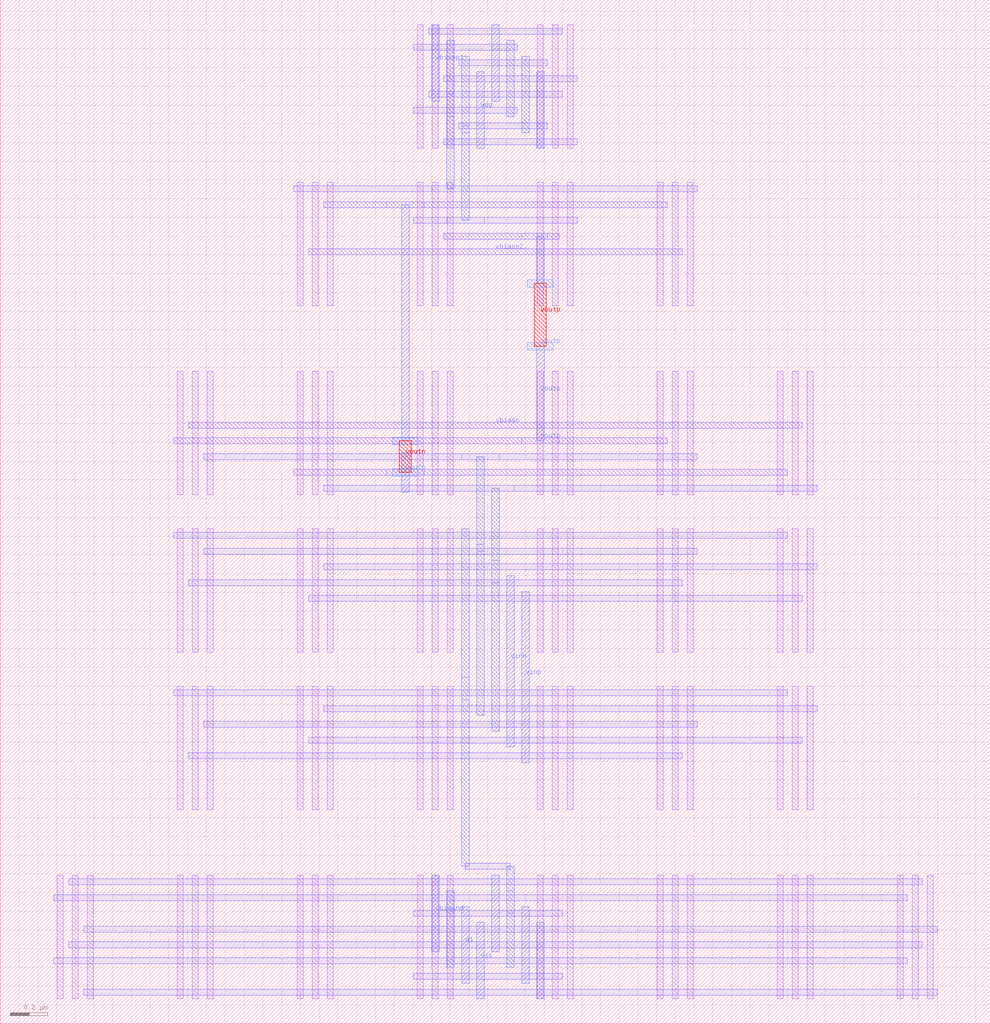
<source format=lef>
MACRO telescopic_ota
  ORIGIN 0 0 ;
  FOREIGN telescopic_ota 0 0 ;
  SIZE 5.28 BY 5.46 ;
  PIN vbiasp1
    DIRECTION INOUT ;
    USE SIGNAL ;
    PORT 
      LAYER M3 ;
        RECT 2.62 4.92 2.66 5.328 ;
      LAYER M3 ;
        RECT 2.3 4.92 2.34 5.328 ;
    END
  END vbiasp1
  PIN vdd
    DIRECTION INOUT ;
    USE SIGNAL ;
    PORT 
      LAYER M3 ;
        RECT 2.86 4.668 2.9 5.076 ;
      LAYER M3 ;
        RECT 2.54 4.668 2.58 5.076 ;
    END
  END vdd
  PIN vinn
    DIRECTION INOUT ;
    USE SIGNAL ;
    PORT 
      LAYER M3 ;
        RECT 2.7 1.476 2.74 2.388 ;
    END
  END vinn
  PIN vinp
    DIRECTION INOUT ;
    USE SIGNAL ;
    PORT 
      LAYER M3 ;
        RECT 2.78 1.392 2.82 2.304 ;
    END
  END vinp
  PIN d1
    DIRECTION INOUT ;
    USE SIGNAL ;
    PORT 
      LAYER M3 ;
        RECT 2.78 0.216 2.82 0.624 ;
      LAYER M3 ;
        RECT 2.46 0.216 2.5 0.624 ;
    END
  END d1
  PIN vss
    DIRECTION INOUT ;
    USE SIGNAL ;
    PORT 
      LAYER M3 ;
        RECT 2.86 0.132 2.9 0.54 ;
      LAYER M3 ;
        RECT 2.54 0.132 2.58 0.54 ;
    END
  END vss
  PIN vbiasnd
    DIRECTION INOUT ;
    USE SIGNAL ;
    PORT 
      LAYER M3 ;
        RECT 2.62 0.384 2.66 0.792 ;
      LAYER M3 ;
        RECT 2.3 0.384 2.34 0.792 ;
    END
  END vbiasnd
  PIN voutn
    DIRECTION INOUT ;
    USE SIGNAL ;
    PORT 
      LAYER M2 ;
        RECT 1.724 4.352 3.556 4.384 ;
      LAYER M2 ;
        RECT 1.564 2.924 4.196 2.956 ;
      LAYER M2 ;
        RECT 2.06 4.352 2.26 4.384 ;
      LAYER M3 ;
        RECT 2.14 3.108 2.18 4.368 ;
      LAYER M4 ;
        RECT 2.09 3.088 2.23 3.128 ;
      LAYER M5 ;
        RECT 2.128 2.94 2.192 3.108 ;
      LAYER M4 ;
        RECT 2.09 2.92 2.23 2.96 ;
      LAYER M3 ;
        RECT 2.14 2.835 2.18 3.045 ;
      LAYER M2 ;
        RECT 2.06 2.924 2.26 2.956 ;
    END
  END voutn
  PIN vbiasp2
    DIRECTION INOUT ;
    USE SIGNAL ;
    PORT 
      LAYER M2 ;
        RECT 1.644 4.1 3.636 4.132 ;
    END
  END vbiasp2
  PIN voutp
    DIRECTION INOUT ;
    USE SIGNAL ;
    PORT 
      LAYER M2 ;
        RECT 2.364 4.184 2.916 4.216 ;
      LAYER M2 ;
        RECT 0.924 3.092 3.556 3.124 ;
      LAYER M2 ;
        RECT 2.78 4.184 2.98 4.216 ;
      LAYER M3 ;
        RECT 2.86 3.948 2.9 4.2 ;
      LAYER M4 ;
        RECT 2.81 3.928 2.95 3.968 ;
      LAYER M5 ;
        RECT 2.848 3.612 2.912 3.948 ;
      LAYER M4 ;
        RECT 2.81 3.592 2.95 3.632 ;
      LAYER M3 ;
        RECT 2.86 3.108 2.9 3.612 ;
      LAYER M2 ;
        RECT 2.78 3.092 2.98 3.124 ;
    END
  END voutp
  PIN vbiasn
    DIRECTION INOUT ;
    USE SIGNAL ;
    PORT 
      LAYER M2 ;
        RECT 1.004 3.176 4.276 3.208 ;
    END
  END vbiasn
  OBS 
  LAYER M3 ;
        RECT 2.78 4.752 2.82 5.16 ;
  LAYER M3 ;
        RECT 2.46 4.752 2.5 5.16 ;
  LAYER M2 ;
        RECT 2.204 4.268 3.076 4.3 ;
  LAYER M3 ;
        RECT 2.46 4.284 2.5 4.788 ;
  LAYER M2 ;
        RECT 2.38 4.268 2.58 4.3 ;
  LAYER M3 ;
        RECT 2.7 4.836 2.74 5.244 ;
  LAYER M3 ;
        RECT 2.38 4.836 2.42 5.244 ;
  LAYER M2 ;
        RECT 1.564 4.436 3.716 4.468 ;
  LAYER M3 ;
        RECT 2.38 4.452 2.42 4.956 ;
  LAYER M2 ;
        RECT 2.3 4.436 2.5 4.468 ;
  LAYER M3 ;
        RECT 2.54 1.644 2.58 2.556 ;
  LAYER M2 ;
        RECT 1.084 3.008 3.716 3.04 ;
  LAYER M3 ;
        RECT 2.54 2.52 2.58 3.024 ;
  LAYER M2 ;
        RECT 2.46 3.008 2.66 3.04 ;
  LAYER M3 ;
        RECT 2.46 1.728 2.5 2.64 ;
  LAYER M3 ;
        RECT 2.7 0.3 2.74 0.708 ;
  LAYER M3 ;
        RECT 2.38 0.3 2.42 0.708 ;
  LAYER M3 ;
        RECT 2.46 0.84 2.5 1.848 ;
  LAYER M2 ;
        RECT 2.48 0.824 2.72 0.856 ;
  LAYER M3 ;
        RECT 2.7 0.588 2.74 0.84 ;
  LAYER M3 ;
        RECT 2.62 1.56 2.66 2.472 ;
  LAYER M2 ;
        RECT 1.724 2.84 4.356 2.872 ;
  LAYER M3 ;
        RECT 2.62 2.352 2.66 2.856 ;
  LAYER M2 ;
        RECT 2.54 2.84 2.74 2.872 ;
  LAYER M1 ;
        RECT 2.944 4.668 2.976 5.328 ;
  LAYER M1 ;
        RECT 3.024 4.668 3.056 5.328 ;
  LAYER M1 ;
        RECT 2.864 4.668 2.896 5.328 ;
  LAYER M1 ;
        RECT 2.304 4.668 2.336 5.328 ;
  LAYER M1 ;
        RECT 2.384 4.668 2.416 5.328 ;
  LAYER M1 ;
        RECT 2.224 4.668 2.256 5.328 ;
  LAYER M2 ;
        RECT 2.364 4.688 3.076 4.72 ;
  LAYER M2 ;
        RECT 2.364 5.024 3.076 5.056 ;
  LAYER M2 ;
        RECT 2.444 4.772 2.916 4.804 ;
  LAYER M2 ;
        RECT 2.444 5.108 2.916 5.14 ;
  LAYER M2 ;
        RECT 2.204 4.856 2.756 4.888 ;
  LAYER M2 ;
        RECT 2.204 5.192 2.756 5.224 ;
  LAYER M2 ;
        RECT 2.284 4.94 2.996 4.972 ;
  LAYER M2 ;
        RECT 2.284 5.276 2.996 5.308 ;
  LAYER M1 ;
        RECT 1.024 1.98 1.056 2.64 ;
  LAYER M1 ;
        RECT 1.024 1.14 1.056 1.8 ;
  LAYER M1 ;
        RECT 0.944 1.98 0.976 2.64 ;
  LAYER M1 ;
        RECT 0.944 1.14 0.976 1.8 ;
  LAYER M1 ;
        RECT 1.104 1.98 1.136 2.64 ;
  LAYER M1 ;
        RECT 1.104 1.14 1.136 1.8 ;
  LAYER M1 ;
        RECT 1.664 1.98 1.696 2.64 ;
  LAYER M1 ;
        RECT 1.664 1.14 1.696 1.8 ;
  LAYER M1 ;
        RECT 1.584 1.98 1.616 2.64 ;
  LAYER M1 ;
        RECT 1.584 1.14 1.616 1.8 ;
  LAYER M1 ;
        RECT 1.744 1.98 1.776 2.64 ;
  LAYER M1 ;
        RECT 1.744 1.14 1.776 1.8 ;
  LAYER M1 ;
        RECT 2.304 1.98 2.336 2.64 ;
  LAYER M1 ;
        RECT 2.304 1.14 2.336 1.8 ;
  LAYER M1 ;
        RECT 2.224 1.98 2.256 2.64 ;
  LAYER M1 ;
        RECT 2.224 1.14 2.256 1.8 ;
  LAYER M1 ;
        RECT 2.384 1.98 2.416 2.64 ;
  LAYER M1 ;
        RECT 2.384 1.14 2.416 1.8 ;
  LAYER M1 ;
        RECT 2.944 1.98 2.976 2.64 ;
  LAYER M1 ;
        RECT 2.944 1.14 2.976 1.8 ;
  LAYER M1 ;
        RECT 2.864 1.98 2.896 2.64 ;
  LAYER M1 ;
        RECT 2.864 1.14 2.896 1.8 ;
  LAYER M1 ;
        RECT 3.024 1.98 3.056 2.64 ;
  LAYER M1 ;
        RECT 3.024 1.14 3.056 1.8 ;
  LAYER M1 ;
        RECT 3.584 1.98 3.616 2.64 ;
  LAYER M1 ;
        RECT 3.584 1.14 3.616 1.8 ;
  LAYER M1 ;
        RECT 3.504 1.98 3.536 2.64 ;
  LAYER M1 ;
        RECT 3.504 1.14 3.536 1.8 ;
  LAYER M1 ;
        RECT 3.664 1.98 3.696 2.64 ;
  LAYER M1 ;
        RECT 3.664 1.14 3.696 1.8 ;
  LAYER M1 ;
        RECT 4.224 1.98 4.256 2.64 ;
  LAYER M1 ;
        RECT 4.224 1.14 4.256 1.8 ;
  LAYER M1 ;
        RECT 4.144 1.98 4.176 2.64 ;
  LAYER M1 ;
        RECT 4.144 1.14 4.176 1.8 ;
  LAYER M1 ;
        RECT 4.304 1.98 4.336 2.64 ;
  LAYER M1 ;
        RECT 4.304 1.14 4.336 1.8 ;
  LAYER M2 ;
        RECT 0.924 2.588 4.196 2.62 ;
  LAYER M2 ;
        RECT 1.084 2.504 3.716 2.536 ;
  LAYER M2 ;
        RECT 1.724 2.42 4.356 2.452 ;
  LAYER M2 ;
        RECT 1.004 2.336 3.636 2.368 ;
  LAYER M2 ;
        RECT 1.644 2.252 4.276 2.284 ;
  LAYER M2 ;
        RECT 0.924 1.748 4.196 1.78 ;
  LAYER M2 ;
        RECT 1.724 1.664 4.356 1.696 ;
  LAYER M2 ;
        RECT 1.084 1.58 3.716 1.612 ;
  LAYER M2 ;
        RECT 1.644 1.496 4.276 1.528 ;
  LAYER M2 ;
        RECT 1.004 1.412 3.636 1.444 ;
  LAYER M1 ;
        RECT 4.864 0.132 4.896 0.792 ;
  LAYER M1 ;
        RECT 4.944 0.132 4.976 0.792 ;
  LAYER M1 ;
        RECT 4.784 0.132 4.816 0.792 ;
  LAYER M1 ;
        RECT 4.224 0.132 4.256 0.792 ;
  LAYER M1 ;
        RECT 4.304 0.132 4.336 0.792 ;
  LAYER M1 ;
        RECT 4.144 0.132 4.176 0.792 ;
  LAYER M1 ;
        RECT 3.584 0.132 3.616 0.792 ;
  LAYER M1 ;
        RECT 3.664 0.132 3.696 0.792 ;
  LAYER M1 ;
        RECT 3.504 0.132 3.536 0.792 ;
  LAYER M1 ;
        RECT 2.944 0.132 2.976 0.792 ;
  LAYER M1 ;
        RECT 3.024 0.132 3.056 0.792 ;
  LAYER M1 ;
        RECT 2.864 0.132 2.896 0.792 ;
  LAYER M1 ;
        RECT 2.304 0.132 2.336 0.792 ;
  LAYER M1 ;
        RECT 2.384 0.132 2.416 0.792 ;
  LAYER M1 ;
        RECT 2.224 0.132 2.256 0.792 ;
  LAYER M1 ;
        RECT 1.664 0.132 1.696 0.792 ;
  LAYER M1 ;
        RECT 1.744 0.132 1.776 0.792 ;
  LAYER M1 ;
        RECT 1.584 0.132 1.616 0.792 ;
  LAYER M1 ;
        RECT 1.024 0.132 1.056 0.792 ;
  LAYER M1 ;
        RECT 1.104 0.132 1.136 0.792 ;
  LAYER M1 ;
        RECT 0.944 0.132 0.976 0.792 ;
  LAYER M1 ;
        RECT 0.384 0.132 0.416 0.792 ;
  LAYER M1 ;
        RECT 0.464 0.132 0.496 0.792 ;
  LAYER M1 ;
        RECT 0.304 0.132 0.336 0.792 ;
  LAYER M2 ;
        RECT 0.444 0.152 4.996 0.184 ;
  LAYER M2 ;
        RECT 0.444 0.488 4.996 0.52 ;
  LAYER M2 ;
        RECT 2.204 0.236 2.996 0.268 ;
  LAYER M2 ;
        RECT 2.204 0.572 2.996 0.604 ;
  LAYER M2 ;
        RECT 0.284 0.32 4.836 0.352 ;
  LAYER M2 ;
        RECT 0.284 0.656 4.836 0.688 ;
  LAYER M2 ;
        RECT 0.364 0.404 4.916 0.436 ;
  LAYER M2 ;
        RECT 0.364 0.74 4.916 0.772 ;
  LAYER M1 ;
        RECT 1.664 3.828 1.696 4.488 ;
  LAYER M1 ;
        RECT 1.584 3.828 1.616 4.488 ;
  LAYER M1 ;
        RECT 1.744 3.828 1.776 4.488 ;
  LAYER M1 ;
        RECT 2.304 3.828 2.336 4.488 ;
  LAYER M1 ;
        RECT 2.224 3.828 2.256 4.488 ;
  LAYER M1 ;
        RECT 2.384 3.828 2.416 4.488 ;
  LAYER M1 ;
        RECT 2.944 3.828 2.976 4.488 ;
  LAYER M1 ;
        RECT 3.024 3.828 3.056 4.488 ;
  LAYER M1 ;
        RECT 2.864 3.828 2.896 4.488 ;
  LAYER M1 ;
        RECT 3.584 3.828 3.616 4.488 ;
  LAYER M1 ;
        RECT 3.664 3.828 3.696 4.488 ;
  LAYER M1 ;
        RECT 3.504 3.828 3.536 4.488 ;
  LAYER M1 ;
        RECT 4.224 2.82 4.256 3.48 ;
  LAYER M1 ;
        RECT 4.304 2.82 4.336 3.48 ;
  LAYER M1 ;
        RECT 4.144 2.82 4.176 3.48 ;
  LAYER M1 ;
        RECT 3.584 2.82 3.616 3.48 ;
  LAYER M1 ;
        RECT 3.664 2.82 3.696 3.48 ;
  LAYER M1 ;
        RECT 3.504 2.82 3.536 3.48 ;
  LAYER M1 ;
        RECT 2.944 2.82 2.976 3.48 ;
  LAYER M1 ;
        RECT 3.024 2.82 3.056 3.48 ;
  LAYER M1 ;
        RECT 2.864 2.82 2.896 3.48 ;
  LAYER M1 ;
        RECT 2.304 2.82 2.336 3.48 ;
  LAYER M1 ;
        RECT 2.384 2.82 2.416 3.48 ;
  LAYER M1 ;
        RECT 2.224 2.82 2.256 3.48 ;
  LAYER M1 ;
        RECT 1.664 2.82 1.696 3.48 ;
  LAYER M1 ;
        RECT 1.744 2.82 1.776 3.48 ;
  LAYER M1 ;
        RECT 1.584 2.82 1.616 3.48 ;
  LAYER M1 ;
        RECT 1.024 2.82 1.056 3.48 ;
  LAYER M1 ;
        RECT 1.104 2.82 1.136 3.48 ;
  LAYER M1 ;
        RECT 0.944 2.82 0.976 3.48 ;
  END 
END telescopic_ota

</source>
